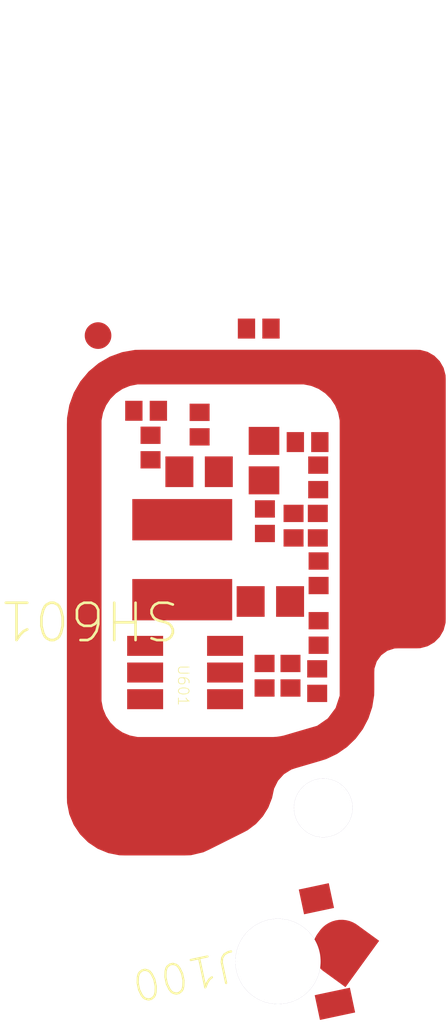
<source format=kicad_pcb>
(kicad_pcb (version 20241229) (generator "pcbnew") (generator_version "9.0")
  (layers (0 "F.Cu" signal) (2 "B.Cu" signal) (13 "F.Paste" user) (15 "B.Paste" user) (5 "F.SilkS" user "F.Silkscreen") (7 "B.SilkS" user "B.Silkscreen") (1 "F.Mask" user) (3 "B.Mask" user) (25 "Edge.Cuts" user))
  (net 0 "")
  (net 1 "TP_3P3")
  (net 2 "DISP0_ELVDD")
  (net 3 "TP_INT_N")
  (net 4 "DISP_VDDIO_1P8")
  (net 5 "TP_1P8")
  (net 6 "SDR_RFFE8_DATA")
  (net 7 "DISP0_AVDD_7P6")
  (net 8 "OLED_DVDD")
  (net 9 "TP_RESET_N")
  (net 10 "N17753954")
  (net 11 "N17753229")
  (net 12 "OLED_DVDD_EN")
  (net 13 "N17989092")
  (net 14 "GND")
  (net 15 "N17988891")
  (net 16 "DISP0_ELVSS")
  (net 17 "VPH_PWR")
  (net 18 "OLED_DVDD_L11B")
  (footprint "CAP0201-HT0_35" (layer "F.Cu") (at 129.47595 104.082805 -90)
    (property "Reference" "C621")
    (property "Value" "CAP_NP_CAP0201-HT0_35_1UF" (hide yes))
    (pad "1" smd rect (at -0.23 0) (size 0.375 0.325) (layers "F.Cu" "F.Mask" "F.Paste") (net 8 "OLED_DVDD"))
    (pad "2" smd rect (at 0.23 0) (size 0.375 0.325) (layers "F.Cu" "F.Mask" "F.Paste") (net 14 "GND"))
  )
  (footprint "CAP0201-HT0_33" (layer "F.Cu") (at 129.46925 106.980605 90)
    (property "Reference" "C620")
    (property "Value" "CAP_NP_CAP0201-HT0_33_0.47UF" (hide yes))
    (pad "1" smd rect (at -0.23 0) (size 0.375 0.325) (layers "F.Cu" "F.Mask" "F.Paste") (net 5 "TP_1P8"))
    (pad "2" smd rect (at 0.23 0) (size 0.375 0.325) (layers "F.Cu" "F.Mask" "F.Paste") (net 14 "GND"))
  )
  (footprint "CAP0201-HT0_33" (layer "F.Cu") (at 130.46825 104.166405 90)
    (property "Reference" "C612")
    (property "Value" "CAP_NP_CAP0201-HT0_33_10PF" (hide yes))
    (pad "1" smd rect (at -0.23 0) (size 0.375 0.325) (layers "F.Cu" "F.Mask" "F.Paste") (net 13 "N17989092"))
    (pad "2" smd rect (at 0.23 0) (size 0.375 0.325) (layers "F.Cu" "F.Mask" "F.Paste") (net 8 "OLED_DVDD"))
  )
  (footprint "CAP0402-HT0_7" (layer "F.Cu") (at 128.24075 103.155305 180)
    (property "Reference" "C614")
    (property "Value" "CAP_NP_CAP0402-HT0_7_22UF" (hide yes))
    (pad "1" smd rect (at -0.37 0) (size 0.525 0.575) (layers "F.Cu" "F.Mask" "F.Paste") (net 8 "OLED_DVDD"))
    (pad "2" smd rect (at 0.37 0) (size 0.525 0.575) (layers "F.Cu" "F.Mask" "F.Paste") (net 14 "GND"))
  )
  (footprint "CAP0201-HT0_35" (layer "F.Cu") (at 128.25025 102.271005 -90)
    (property "Reference" "C615")
    (property "Value" "CAP_NP_CAP0201-HT0_35_1UF" (hide yes))
    (pad "1" smd rect (at -0.23 0) (size 0.375 0.325) (layers "F.Cu" "F.Mask" "F.Paste") (net 2 "DISP0_ELVDD"))
    (pad "2" smd rect (at 0.23 0) (size 0.375 0.325) (layers "F.Cu" "F.Mask" "F.Paste") (net 14 "GND"))
  )
  (footprint "RES0201-HT0_23_HD" (layer "F.Cu") (at 130.45695 107.081605 -90)
    (property "Reference" "R604")
    (property "Value" "RES_RES0201-HT0_23_HD_10KOHM" (hide yes))
    (pad "1" smd rect (at -0.23 0) (size 0.375 0.325) (layers "F.Cu" "F.Mask" "F.Paste") (net 3 "TP_INT_N"))
    (pad "2" smd rect (at 0.23 0) (size 0.375 0.325) (layers "F.Cu" "F.Mask" "F.Paste") (net 5 "TP_1P8"))
  )
  (footprint "RES0201-HT0_23_HD" (layer "F.Cu") (at 130.01325 104.166405 90)
    (property "Reference" "R601")
    (property "Value" "RES_RES0201-HT0_23_HD_75K" (hide yes))
    (pad "1" smd rect (at -0.23 0) (size 0.375 0.325) (layers "F.Cu" "F.Mask" "F.Paste") (net 13 "N17989092"))
    (pad "2" smd rect (at 0.23 0) (size 0.375 0.325) (layers "F.Cu" "F.Mask" "F.Paste") (net 8 "OLED_DVDD"))
  )
  (footprint "RES0201-HT0_28_HD_NM" (layer "F.Cu") (at 129.95575 106.980605 -90)
    (property "Reference" "R603")
    (property "Value" "RES_NM_RES0201-HT0_28_HD_NM_NM" (hide yes))
    (pad "1" smd rect (at -0.23 0) (size 0.375 0.325) (layers "F.Cu" "F.Mask" "F.Paste") (net 9 "TP_RESET_N"))
    (pad "2" smd rect (at 0.23 0) (size 0.375 0.325) (layers "F.Cu" "F.Mask" "F.Paste") (net 5 "TP_1P8"))
  )
  (footprint "RES0201-HT0_23_HD" (layer "F.Cu") (at 130.48325 105.059205 -90)
    (property "Reference" "R602")
    (property "Value" "RES_RES0201-HT0_23_HD_90.9KOHM" (hide yes))
    (pad "1" smd rect (at -0.23 0) (size 0.375 0.325) (layers "F.Cu" "F.Mask" "F.Paste") (net 13 "N17989092"))
    (pad "2" smd rect (at 0.23 0) (size 0.375 0.325) (layers "F.Cu" "F.Mask" "F.Paste") (net 14 "GND"))
  )
  (footprint "IND2_0X1_6_P1_5_HT1_0_HD" (layer "F.Cu") (at 127.92455 104.804705 90)
    (property "Reference" "L600")
    (property "Value" "INDUCTOR_IND2_0X1_6_P1_5_HT1_0_" (hide yes))
    (pad "1" smd rect (at -0.75 0) (size 1.875 0.775) (layers "F.Cu" "F.Mask" "F.Paste") (net 15 "N17988891"))
    (pad "2" smd rect (at 0.75 0) (size 1.875 0.775) (layers "F.Cu" "F.Mask" "F.Paste") (net 8 "OLED_DVDD"))
  )
  (footprint "" (layer "F.Cu") (at 129.72085 112.338605)
    (property "Reference" "" (at 0 0 0) (layer "F.SilkS") (effects (font (size 1.27 1.27))))
    (property "Value" "")
    (pad "" thru_hole circle (at 0 0) (size 1.6 1.6) (drill 1.6) (layers "*.Cu" "*.Mask"))
  )
  (footprint "CAP0201-HT0_39" (layer "F.Cu") (at 127.24635 102.011905 180)
    (property "Reference" "C619")
    (property "Value" "CAP_NP_CAP0201-HT0_39_1UF" (hide yes))
    (pad "1" smd rect (at -0.23 0) (size 0.325 0.375) (layers "F.Cu" "F.Mask" "F.Paste") (net 7 "DISP0_AVDD_7P6"))
    (pad "2" smd rect (at 0.23 0) (size 0.325 0.375) (layers "F.Cu" "F.Mask" "F.Paste") (net 14 "GND"))
  )
  (footprint "CAP0201-HT0_35" (layer "F.Cu") (at 130.27675 102.598805 180)
    (property "Reference" "C616")
    (property "Value" "CAP_NP_CAP0201-HT0_35_1UF" (hide yes))
    (pad "1" smd rect (at -0.23 0) (size 0.325 0.375) (layers "F.Cu" "F.Mask" "F.Paste") (net 16 "DISP0_ELVSS"))
    (pad "2" smd rect (at 0.23 0) (size 0.325 0.375) (layers "F.Cu" "F.Mask" "F.Paste") (net 14 "GND"))
  )
  (footprint "" (layer "F.Cu") (at 130.57085 109.458605)
    (property "Reference" "" (at 0 0 0) (layer "F.SilkS") (effects (font (size 1.27 1.27))))
    (property "Value" "")
    (pad "" thru_hole circle (at 0 0) (size 1.1 1.1) (drill 1.1) (layers "*.Cu" "*.Mask"))
  )
  (footprint "RES0201-HT0_23_HD" (layer "F.Cu") (at 129.35975 100.470205)
    (property "Reference" "A144")
    (property "Value" "RES_RES0201-HT0_23_HD_0OHM" (hide yes))
    (pad "1" smd rect (at -0.23 0) (size 0.325 0.375) (layers "F.Cu" "F.Mask" "F.Paste") (net 10 "N17753954"))
    (pad "2" smd rect (at 0.23 0) (size 0.325 0.375) (layers "F.Cu" "F.Mask" "F.Paste") (net 6 "SDR_RFFE8_DATA"))
  )
  (footprint "CAP0201-HT0_35" (layer "F.Cu") (at 127.32925 102.701005 90)
    (property "Reference" "C617")
    (property "Value" "CAP_NP_CAP0201-HT0_35_1UF" (hide yes))
    (pad "1" smd rect (at -0.23 0) (size 0.375 0.325) (layers "F.Cu" "F.Mask" "F.Paste") (net 4 "DISP_VDDIO_1P8"))
    (pad "2" smd rect (at 0.23 0) (size 0.375 0.325) (layers "F.Cu" "F.Mask" "F.Paste") (net 14 "GND"))
  )
  (footprint "CAP0201-HT0_35" (layer "F.Cu") (at 130.48325 106.178805 90)
    (property "Reference" "C622")
    (property "Value" "CAP_NP_CAP0201-HT0_35_1UF" (hide yes))
    (pad "1" smd rect (at -0.23 0) (size 0.375 0.325) (layers "F.Cu" "F.Mask" "F.Paste") (net 1 "TP_3P3"))
    (pad "2" smd rect (at 0.23 0) (size 0.375 0.325) (layers "F.Cu" "F.Mask" "F.Paste") (net 14 "GND"))
  )
  (footprint "DFNSQ1_6_PS0_5_HT0_6_P6_HD" (layer "F.Cu") (at 127.97805 106.920705 180)
    (property "Reference" "U601")
    (property "Value" "WD10721_DFNSQ1_6_PS0_5_HT0_6_P6" (hide yes))
    (fp_text user "${REFERENCE}" (at 0.1506 0.1599 270) (layer "F.SilkS") (effects (font (size 0.2 0.2) (thickness 0.015)) (justify left bottom)))
    (pad "1" smd rect (at -0.75 -0.5) (size 0.675 0.375) (layers "F.Cu" "F.Mask" "F.Paste") (net 13 "N17989092"))
    (pad "2" smd rect (at -0.75 0) (size 0.675 0.375) (layers "F.Cu" "F.Mask" "F.Paste") (net 14 "GND"))
    (pad "3" smd rect (at -0.75 0.5) (size 0.675 0.375) (layers "F.Cu" "F.Mask" "F.Paste") (net 17 "VPH_PWR"))
    (pad "4" smd rect (at 0.75 0.5) (size 0.675 0.375) (layers "F.Cu" "F.Mask" "F.Paste") (net 15 "N17988891"))
    (pad "5" smd rect (at 0.75 0) (size 0.675 0.375) (layers "F.Cu" "F.Mask" "F.Paste") (net 12 "OLED_DVDD_EN"))
    (pad "6" smd rect (at 0.75 -0.5) (size 0.675 0.375) (layers "F.Cu" "F.Mask" "F.Paste"))
  )
  (footprint "ANT_2_6X2_99_P3_HT0_58_HD" (layer "F.Cu") (at 129.83645 112.166805 -168)
    (property "Reference" "J100")
    (property "Value" "SPRING_3P_ANT_2_6X2_99_P3_HT0_5" (hide yes))
    (fp_text user "${REFERENCE}" (at 0.863981 0.292607 192) (layer "F.SilkS") (effects (font (size 0.559 0.559) (thickness 0.0419)) (justify left bottom)))
    (pad "" smd custom (at -1.088697 0.618564) (size 0.000001 0.000001) (layers "F.Cu") (options (clearance outline) (anchor circle)) (primitives (gr_poly (pts (xy 0 0) (xy -0.0988 -0.4646) (xy -0.6612 -0.345) (xy -0.5624 0.1196)) (width 0) (fill yes))))
    (pad "" smd custom (at -0.688481 0.211763) (size 0.000001 0.000001) (layers "F.Cu") (options (clearance outline) (anchor circle)) (primitives (gr_poly (pts (arc (start 0 0) (mid -0.090501 0.37697) (end 0.112063 0.707521)) (xy 0.112062 0.707519) (xy 0.521852 1.005249) (xy 1.153712 0.135559) (arc (start 0.743921 -0.162173) (mid 0.366951 -0.252674) (end 0.0364 -0.05011)) (xy 0.036402 -0.050101) (xy 0.000002 0.000009)) (width 0) (fill yes))))
    (pad "" smd custom (at -0.393783 -1.38146) (size 0.000001 0.000001) (layers "F.Cu") (options (clearance outline) (anchor circle)) (primitives (gr_poly (pts (xy 0 0) (xy 0.6602 -0.1404) (xy 0.5614 -0.605) (xy -0.0988 -0.4646)) (width 0) (fill yes))))
    (pad "1" smd circle (at -0.731243 -1.143932) (size 0.0254 0.0254) (layers "F.Cu" "F.Mask" "F.Paste") (net 11 "N17753229"))
    (pad "2" smd circle (at -1.050427 -0.143942 324.0001936) (size 0.0254 0.0254) (layers "F.Cu" "F.Mask" "F.Paste") (net 11 "N17753229"))
    (pad "3" smd circle (at -0.801187 0.85603) (size 0.0254 0.0254) (layers "F.Cu" "F.Mask" "F.Paste") (net 11 "N17753229"))
  )
  (footprint "" (layer "F.Cu") (at 126.34445 100.601605)
    (property "Reference" "" (at 0 0 0) (layer "F.SilkS") (effects (font (size 1.27 1.27))))
    (property "Value" "")
    (pad "" smd circle (at 0 0) (size 0.5 0.5) (layers "F.Cu" "F.Mask" "F.Paste"))
  )
  (footprint "KINE-SHIELDING-FRAME_N2" (layer "F.Cu") (at 129.31435 105.609205 180)
    (property "Reference" "SH601" (at 1.4 0.08575 180) (layer "F.SilkS") (effects (font (size 0.7 0.7) (thickness 0.05)) (justify left bottom)))
    (property "Value" "SHIELDING_KINE-SHIELDING-FRAME_" (hide yes))
    (pad "" smd custom (at -3.004603 4.742) (size 0.000001 0.000001) (layers "F.Cu") (options (clearance outline) (anchor circle)) (primitives (gr_poly (pts (xy -5.159203 0) (xy -0.000003 0) (xy 0 0) (xy 0.072099 0.002353) (xy 0.211382 0.039675) (xy 0.336261 0.111774) (xy 0.438224 0.213737) (xy 0.510323 0.338615) (xy 0.547644 0.477899) (xy 0.549997 0.549998) (xy 0.549997 0.55) (xy 0.549997 5.050003) (xy 0.547642 5.122101) (xy 0.510317 5.261382) (xy 0.438217 5.386259) (xy 0.336256 5.48822) (xy 0.211379 5.56032) (xy 0.072098 5.597645) (xy 0 5.6) (xy -0.000003 5.6) (xy -0.34 5.6) (xy -0.410884 5.602464) (xy -0.545714 5.646269) (xy -0.660407 5.729596) (xy -0.743734 5.844289) (xy -0.787539 5.979119) (xy -0.790003 6.050003) (xy -0.790003 6.3659) (xy -0.792254 6.478524) (xy -0.828315 6.700868) (xy -0.899511 6.914569) (xy -1.004003 7.114114) (xy -1.139097 7.294355) (xy -1.301306 7.450641) (xy -1.486445 7.578939) (xy -1.689738 7.67594) (xy -1.797206 7.709702) (xy -1.797203 7.7097) (xy -2.2671 7.847097) (xy -2.345644 7.872772) (xy -2.485664 7.960414) (xy -2.596651 8.08276) (xy -2.670278 8.230631) (xy -2.688201 8.311298) (xy -2.688207 8.311299) (xy -2.708356 8.405874) (xy -2.778479 8.586053) (xy -2.880385 8.750362) (xy -3.010633 8.893251) (xy -3.164826 9.009897) (xy -3.250308 9.055099) (xy -3.250303 9.0551) (xy -3.886403 9.373201) (xy -3.99696 9.424555) (xy -4.23415 9.480519) (xy -4.356002 9.484) (xy -4.356003 9.484) (xy -5.467903 9.484) (xy -5.575127 9.481371) (xy -5.785455 9.439531) (xy -5.983579 9.357463) (xy -6.161886 9.238322) (xy -6.313524 9.086684) (xy -6.432666 8.908377) (xy -6.514734 8.710253) (xy -6.556574 8.499925) (xy -6.559203 8.392701) (xy -6.559203 8.3927) (xy -6.559213 1.399995) (xy -6.557698 1.32613) (xy -5.909203 1.32613) (xy -5.909203 1.4) (xy -5.909203 6.5125) (xy -5.909203 6.58637) (xy -5.880383 6.73127) (xy -5.823843 6.86776) (xy -5.741763 6.9906) (xy -5.637303 7.09506) (xy -5.514463 7.17714) (xy -5.377973 7.23368) (xy -5.233073 7.2625) (xy -5.159203 7.2625) (xy -2.719903 7.2625) (xy -2.686113 7.2625) (xy -2.618693 7.25769) (xy -2.551793 7.2481) (xy -2.485733 7.23379) (xy -2.453303 7.2243) (xy -1.979603 7.0858) (xy -1.862833 7.05167) (xy -1.662843 6.91309) (xy -1.516903 6.71839) (xy -1.440003 6.48756) (xy -1.440003 6.3659) (xy -1.440003 1.4) (xy -1.440003 1.32613) (xy -1.468823 1.18123) (xy -1.525363 1.04474) (xy -1.607443 0.9219) (xy -1.711903 0.81744) (xy -1.834743 0.73536) (xy -1.971233 0.67882) (xy -2.116133 0.65) (xy -2.190003 0.65) (xy -5.159203 0.65) (xy -5.233073 0.65) (xy -5.377973 0.67882) (xy -5.514463 0.73535) (xy -5.637303 0.81743) (xy -5.741773 0.9219) (xy -5.823853 1.04474) (xy -5.880383 1.18123) (xy -5.909203 1.32613) (xy -6.557698 1.32613) (xy -6.556706 1.27773) (xy -6.514245 1.036913) (xy -6.430612 0.807129) (xy -6.308347 0.595359) (xy -6.151166 0.408037) (xy -5.963844 0.250856) (xy -5.752074 0.128591) (xy -5.52229 0.044958) (xy -5.281473 0.002497) (xy -5.159208 -0.00001)) (width 0) (fill yes))))
    (pad "1" smd rect (at -3.0046 4.492) (size 0.05 0.05) (layers "F.Cu" "F.Mask" "F.Paste") (net 14 "GND"))
  )
  (footprint "CAP0402-HT0_7" (layer "F.Cu") (at 129.45885 102.946605 90)
    (property "Reference" "C623")
    (property "Value" "CAP_NP_CAP0402-HT0_7_10UF" (hide yes))
    (pad "1" smd rect (at -0.37 0) (size 0.575 0.525) (layers "F.Cu" "F.Mask" "F.Paste") (net 8 "OLED_DVDD"))
    (pad "2" smd rect (at 0.37 0) (size 0.575 0.525) (layers "F.Cu" "F.Mask" "F.Paste") (net 14 "GND"))
  )
  (footprint "RES0201-HT0_28_HD_NM" (layer "F.Cu") (at 130.47605 103.260905 90)
    (property "Reference" "R606")
    (property "Value" "RES_NM_RES0201-HT0_28_HD_NM_NM" (hide yes))
    (pad "1" smd rect (at -0.23 0) (size 0.375 0.325) (layers "F.Cu" "F.Mask" "F.Paste") (net 8 "OLED_DVDD"))
    (pad "2" smd rect (at 0.23 0) (size 0.375 0.325) (layers "F.Cu" "F.Mask" "F.Paste") (net 18 "OLED_DVDD_L11B"))
  )
  (footprint "CAP0402-HT0_7" (layer "F.Cu") (at 129.57795 105.588305)
    (property "Reference" "C613")
    (property "Value" "CAP_NP_CAP0402-HT0_7_10UF" (hide yes))
    (pad "1" smd rect (at -0.37 0) (size 0.525 0.575) (layers "F.Cu" "F.Mask" "F.Paste") (net 17 "VPH_PWR"))
    (pad "2" smd rect (at 0.37 0) (size 0.525 0.575) (layers "F.Cu" "F.Mask" "F.Paste") (net 14 "GND"))
  )
)
</source>
